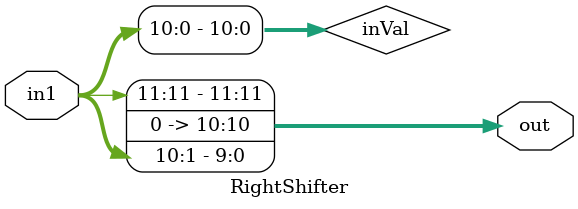
<source format=v>
`timescale 1ns/1ns
module RightShifter(
  input [11:0]in1,
  output reg[11:0]out
  );
  
  reg[10:0]inVal;
  
  always @(*) begin
    inVal=in1[10:0];
  end
  
  always @(*) begin
    out[10:0]=(inVal>>1);
    out[11]=in1[11];
  end
  
endmodule


    
</source>
